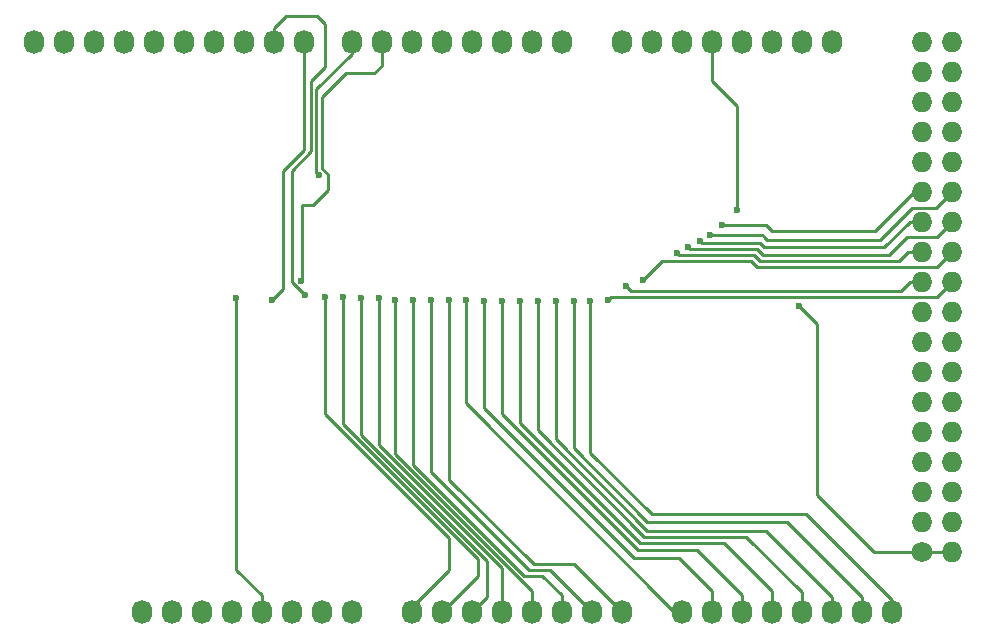
<source format=gbr>
%TF.GenerationSoftware,KiCad,Pcbnew,(6.0.4)*%
%TF.CreationDate,2022-07-18T11:06:22+02:00*%
%TF.ProjectId,GBDuino2,47424475-696e-46f3-922e-6b696361645f,rev?*%
%TF.SameCoordinates,Original*%
%TF.FileFunction,Copper,L2,Bot*%
%TF.FilePolarity,Positive*%
%FSLAX46Y46*%
G04 Gerber Fmt 4.6, Leading zero omitted, Abs format (unit mm)*
G04 Created by KiCad (PCBNEW (6.0.4)) date 2022-07-18 11:06:22*
%MOMM*%
%LPD*%
G01*
G04 APERTURE LIST*
%TA.AperFunction,ComponentPad*%
%ADD10C,1.727200*%
%TD*%
%TA.AperFunction,ComponentPad*%
%ADD11O,1.727200X1.727200*%
%TD*%
%TA.AperFunction,ComponentPad*%
%ADD12O,1.727200X2.032000*%
%TD*%
%TA.AperFunction,ViaPad*%
%ADD13C,0.600000*%
%TD*%
%TA.AperFunction,Conductor*%
%ADD14C,0.250000*%
%TD*%
G04 APERTURE END LIST*
D10*
%TO.P,P1,1*%
%TO.N,GND*%
X197358000Y-114046000D03*
D11*
%TO.P,P1,2*%
X199898000Y-114046000D03*
%TO.P,P1,3*%
%TO.N,/52(SCK)*%
X197358000Y-111506000D03*
%TO.P,P1,4*%
%TO.N,/53(SS)*%
X199898000Y-111506000D03*
%TO.P,P1,5*%
%TO.N,/50(MISO)*%
X197358000Y-108966000D03*
%TO.P,P1,6*%
%TO.N,/51(MOSI)*%
X199898000Y-108966000D03*
%TO.P,P1,7*%
%TO.N,/48*%
X197358000Y-106426000D03*
%TO.P,P1,8*%
%TO.N,/49*%
X199898000Y-106426000D03*
%TO.P,P1,9*%
%TO.N,/46*%
X197358000Y-103886000D03*
%TO.P,P1,10*%
%TO.N,/47*%
X199898000Y-103886000D03*
%TO.P,P1,11*%
%TO.N,/44*%
X197358000Y-101346000D03*
%TO.P,P1,12*%
%TO.N,/45*%
X199898000Y-101346000D03*
%TO.P,P1,13*%
%TO.N,/42*%
X197358000Y-98806000D03*
%TO.P,P1,14*%
%TO.N,/43*%
X199898000Y-98806000D03*
%TO.P,P1,15*%
%TO.N,/40*%
X197358000Y-96266000D03*
%TO.P,P1,16*%
%TO.N,/41*%
X199898000Y-96266000D03*
%TO.P,P1,17*%
%TO.N,/38*%
X197358000Y-93726000D03*
%TO.P,P1,18*%
%TO.N,/39*%
X199898000Y-93726000D03*
%TO.P,P1,19*%
%TO.N,D1*%
X197358000Y-91186000D03*
%TO.P,P1,20*%
%TO.N,D0*%
X199898000Y-91186000D03*
%TO.P,P1,21*%
%TO.N,D3*%
X197358000Y-88646000D03*
%TO.P,P1,22*%
%TO.N,D2*%
X199898000Y-88646000D03*
%TO.P,P1,23*%
%TO.N,D5*%
X197358000Y-86106000D03*
%TO.P,P1,24*%
%TO.N,D4*%
X199898000Y-86106000D03*
%TO.P,P1,25*%
%TO.N,D7*%
X197358000Y-83566000D03*
%TO.P,P1,26*%
%TO.N,D6*%
X199898000Y-83566000D03*
%TO.P,P1,27*%
%TO.N,/28*%
X197358000Y-81026000D03*
%TO.P,P1,28*%
%TO.N,/29*%
X199898000Y-81026000D03*
%TO.P,P1,29*%
%TO.N,/26*%
X197358000Y-78486000D03*
%TO.P,P1,30*%
%TO.N,/27*%
X199898000Y-78486000D03*
%TO.P,P1,31*%
%TO.N,/24*%
X197358000Y-75946000D03*
%TO.P,P1,32*%
%TO.N,/25*%
X199898000Y-75946000D03*
%TO.P,P1,33*%
%TO.N,/22*%
X197358000Y-73406000D03*
%TO.P,P1,34*%
%TO.N,/23*%
X199898000Y-73406000D03*
%TO.P,P1,35*%
%TO.N,+5V*%
X197358000Y-70866000D03*
%TO.P,P1,36*%
X199898000Y-70866000D03*
%TD*%
D12*
%TO.P,P2,1*%
%TO.N,Net-(P2-Pad1)*%
X131318000Y-119126000D03*
%TO.P,P2,2*%
%TO.N,/IOREF*%
X133858000Y-119126000D03*
%TO.P,P2,3*%
%TO.N,/Reset*%
X136398000Y-119126000D03*
%TO.P,P2,4*%
%TO.N,+3V3*%
X138938000Y-119126000D03*
%TO.P,P2,5*%
%TO.N,+5V*%
X141478000Y-119126000D03*
%TO.P,P2,6*%
%TO.N,GND*%
X144018000Y-119126000D03*
%TO.P,P2,7*%
X146558000Y-119126000D03*
%TO.P,P2,8*%
%TO.N,/Vin*%
X149098000Y-119126000D03*
%TD*%
%TO.P,P3,1*%
%TO.N,/A0*%
X154178000Y-119126000D03*
%TO.P,P3,2*%
%TO.N,/A1*%
X156718000Y-119126000D03*
%TO.P,P3,3*%
%TO.N,/A2*%
X159258000Y-119126000D03*
%TO.P,P3,4*%
%TO.N,/A3*%
X161798000Y-119126000D03*
%TO.P,P3,5*%
%TO.N,/A4*%
X164338000Y-119126000D03*
%TO.P,P3,6*%
%TO.N,/A5*%
X166878000Y-119126000D03*
%TO.P,P3,7*%
%TO.N,/A6*%
X169418000Y-119126000D03*
%TO.P,P3,8*%
%TO.N,/A7*%
X171958000Y-119126000D03*
%TD*%
%TO.P,P4,1*%
%TO.N,/A8*%
X177038000Y-119126000D03*
%TO.P,P4,2*%
%TO.N,/A9*%
X179578000Y-119126000D03*
%TO.P,P4,3*%
%TO.N,/A10*%
X182118000Y-119126000D03*
%TO.P,P4,4*%
%TO.N,/A11*%
X184658000Y-119126000D03*
%TO.P,P4,5*%
%TO.N,/A12*%
X187198000Y-119126000D03*
%TO.P,P4,6*%
%TO.N,/A13*%
X189738000Y-119126000D03*
%TO.P,P4,7*%
%TO.N,/A14*%
X192278000Y-119126000D03*
%TO.P,P4,8*%
%TO.N,/A15*%
X194818000Y-119126000D03*
%TD*%
%TO.P,P5,1*%
%TO.N,/SCL*%
X122174000Y-70866000D03*
%TO.P,P5,2*%
%TO.N,/SDA*%
X124714000Y-70866000D03*
%TO.P,P5,3*%
%TO.N,/AREF*%
X127254000Y-70866000D03*
%TO.P,P5,4*%
%TO.N,GND*%
X129794000Y-70866000D03*
%TO.P,P5,5*%
%TO.N,/13(\u002A\u002A)*%
X132334000Y-70866000D03*
%TO.P,P5,6*%
%TO.N,/12(\u002A\u002A)*%
X134874000Y-70866000D03*
%TO.P,P5,7*%
%TO.N,/11(\u002A\u002A)*%
X137414000Y-70866000D03*
%TO.P,P5,8*%
%TO.N,N/C*%
X139954000Y-70866000D03*
%TO.P,P5,9*%
%TO.N,GB_CS*%
X142494000Y-70866000D03*
%TO.P,P5,10*%
%TO.N,GB_Wr*%
X145034000Y-70866000D03*
%TD*%
%TO.P,P6,1*%
%TO.N,Gb_Audio*%
X149098000Y-70866000D03*
%TO.P,P6,2*%
%TO.N,GB_RD*%
X151638000Y-70866000D03*
%TO.P,P6,3*%
%TO.N,/5(\u002A\u002A)*%
X154178000Y-70866000D03*
%TO.P,P6,4*%
%TO.N,/4(\u002A\u002A)*%
X156718000Y-70866000D03*
%TO.P,P6,5*%
%TO.N,/3(\u002A\u002A)*%
X159258000Y-70866000D03*
%TO.P,P6,6*%
%TO.N,/2(\u002A\u002A)*%
X161798000Y-70866000D03*
%TO.P,P6,7*%
%TO.N,/1(Tx0)*%
X164338000Y-70866000D03*
%TO.P,P6,8*%
%TO.N,/0(Rx0)*%
X166878000Y-70866000D03*
%TD*%
%TO.P,P7,1*%
%TO.N,/14(Tx3)*%
X171958000Y-70866000D03*
%TO.P,P7,2*%
%TO.N,/15(Rx3)*%
X174498000Y-70866000D03*
%TO.P,P7,3*%
%TO.N,/16(Tx2)*%
X177038000Y-70866000D03*
%TO.P,P7,4*%
%TO.N,GB_Rst*%
X179578000Y-70866000D03*
%TO.P,P7,5*%
%TO.N,/18(Tx1)*%
X182118000Y-70866000D03*
%TO.P,P7,6*%
%TO.N,/19(Rx1)*%
X184658000Y-70866000D03*
%TO.P,P7,7*%
%TO.N,/20(SDA)*%
X187198000Y-70866000D03*
%TO.P,P7,8*%
%TO.N,/21(SCL)*%
X189738000Y-70866000D03*
%TD*%
D13*
%TO.N,GND*%
X186944000Y-93218000D03*
%TO.N,+5V*%
X139319000Y-92583000D03*
%TO.N,/A0*%
X146812000Y-92456000D03*
%TO.N,/A1*%
X148336000Y-92456000D03*
%TO.N,/A2*%
X149860000Y-92583000D03*
%TO.N,/A3*%
X151384000Y-92583000D03*
%TO.N,/A4*%
X152781000Y-92710000D03*
%TO.N,/A5*%
X154305000Y-92710000D03*
%TO.N,/A6*%
X155829000Y-92710000D03*
%TO.N,/A7*%
X157353000Y-92710000D03*
%TO.N,/A8*%
X158750000Y-92710000D03*
%TO.N,/A9*%
X160274000Y-92837000D03*
%TO.N,/A10*%
X161798000Y-92837000D03*
%TO.N,/A11*%
X163322000Y-92837000D03*
%TO.N,/A12*%
X164846000Y-92837000D03*
%TO.N,/A13*%
X166370000Y-92837000D03*
%TO.N,/A14*%
X167894000Y-92837000D03*
%TO.N,/A15*%
X169291000Y-92837000D03*
%TO.N,D0*%
X170815000Y-92710000D03*
%TO.N,D1*%
X172339000Y-91567000D03*
%TO.N,D2*%
X173736000Y-91059000D03*
%TO.N,D3*%
X176657000Y-88783500D03*
%TO.N,D4*%
X177546000Y-88275500D03*
%TO.N,D5*%
X178562000Y-87767500D03*
%TO.N,D6*%
X179451000Y-87249000D03*
%TO.N,D7*%
X180467000Y-86360000D03*
%TO.N,GB_Rst*%
X181737000Y-85090000D03*
%TO.N,Gb_Audio*%
X146304000Y-82169000D03*
%TO.N,GB_Wr*%
X142367000Y-92710000D03*
%TO.N,GB_RD*%
X144840589Y-91125411D03*
%TO.N,GB_CS*%
X145161000Y-92329000D03*
%TD*%
D14*
%TO.N,GND*%
X188468000Y-109220000D02*
X193294000Y-114046000D01*
X186944000Y-93218000D02*
X188468000Y-94742000D01*
X188468000Y-94742000D02*
X188468000Y-109220000D01*
X197358000Y-114046000D02*
X199898000Y-114046000D01*
X193294000Y-114046000D02*
X197358000Y-114046000D01*
%TO.N,+5V*%
X139319000Y-92583000D02*
X139319000Y-115570000D01*
X141478000Y-117729000D02*
X141478000Y-119126000D01*
X139319000Y-115570000D02*
X141478000Y-117729000D01*
%TO.N,/A0*%
X154178000Y-119126000D02*
X154178000Y-118745000D01*
X154178000Y-118745000D02*
X157353000Y-115570000D01*
X157353000Y-112906590D02*
X146812000Y-102365590D01*
X146812000Y-102365590D02*
X146812000Y-92456000D01*
X157353000Y-115570000D02*
X157353000Y-112906590D01*
%TO.N,/A1*%
X148336000Y-103253872D02*
X159766000Y-114683872D01*
X148336000Y-92456000D02*
X148336000Y-103253872D01*
X159766000Y-116078000D02*
X156718000Y-119126000D01*
X159766000Y-114683872D02*
X159766000Y-116078000D01*
%TO.N,/A2*%
X160528000Y-117856000D02*
X159258000Y-119126000D01*
X160528000Y-114810154D02*
X160528000Y-117856000D01*
X149860000Y-104142154D02*
X160528000Y-114810154D01*
X149860000Y-92583000D02*
X149860000Y-104142154D01*
%TO.N,/A3*%
X151384000Y-105030436D02*
X161798000Y-115444436D01*
X161798000Y-115444436D02*
X161798000Y-119126000D01*
X151384000Y-92583000D02*
X151384000Y-105030436D01*
%TO.N,/A4*%
X152781000Y-105791718D02*
X164338000Y-117348718D01*
X164338000Y-117348718D02*
X164338000Y-119126000D01*
X152781000Y-92710000D02*
X152781000Y-105791718D01*
%TO.N,/A5*%
X165227000Y-116078000D02*
X166878000Y-117729000D01*
X154305000Y-92710000D02*
X154305000Y-106680000D01*
X154305000Y-106680000D02*
X163703000Y-116078000D01*
X166878000Y-117729000D02*
X166878000Y-119126000D01*
X163703000Y-116078000D02*
X165227000Y-116078000D01*
%TO.N,/A6*%
X165862000Y-115570000D02*
X169418000Y-119126000D01*
X155829000Y-107315000D02*
X164084000Y-115570000D01*
X155829000Y-92710000D02*
X155829000Y-107315000D01*
X164084000Y-115570000D02*
X165862000Y-115570000D01*
%TO.N,/A7*%
X167952480Y-115120480D02*
X171958000Y-119126000D01*
X164523480Y-115120480D02*
X167952480Y-115120480D01*
X157353000Y-107950000D02*
X164523480Y-115120480D01*
X157353000Y-92710000D02*
X157353000Y-107950000D01*
%TO.N,/A8*%
X158750000Y-92710000D02*
X158750000Y-101473000D01*
X176403000Y-119126000D02*
X177038000Y-119126000D01*
X158750000Y-101473000D02*
X176403000Y-119126000D01*
%TO.N,/A9*%
X179578000Y-117348000D02*
X179578000Y-119126000D01*
X172974000Y-114554000D02*
X176784000Y-114554000D01*
X160274000Y-92837000D02*
X160274000Y-101854000D01*
X176784000Y-114554000D02*
X179578000Y-117348000D01*
X160274000Y-101854000D02*
X172974000Y-114554000D01*
%TO.N,/A10*%
X161798000Y-102362000D02*
X173355000Y-113919000D01*
X161798000Y-92837000D02*
X161798000Y-102362000D01*
X178308000Y-113919000D02*
X182118000Y-117729000D01*
X182118000Y-117729000D02*
X182118000Y-119126000D01*
X173355000Y-113919000D02*
X178308000Y-113919000D01*
%TO.N,/A11*%
X180594000Y-113284000D02*
X184658000Y-117348000D01*
X163322000Y-92837000D02*
X163322000Y-103124000D01*
X173482000Y-113284000D02*
X180594000Y-113284000D01*
X184658000Y-117348000D02*
X184658000Y-119126000D01*
X163322000Y-103124000D02*
X173482000Y-113284000D01*
%TO.N,/A12*%
X182499000Y-112776000D02*
X187198000Y-117475000D01*
X187198000Y-117475000D02*
X187198000Y-119126000D01*
X173863000Y-112776000D02*
X182499000Y-112776000D01*
X164846000Y-92837000D02*
X164846000Y-103759000D01*
X164846000Y-103759000D02*
X173863000Y-112776000D01*
%TO.N,/A13*%
X166370000Y-92837000D02*
X166370000Y-104521000D01*
X184150000Y-112268000D02*
X189738000Y-117856000D01*
X174117000Y-112268000D02*
X184150000Y-112268000D01*
X166370000Y-104521000D02*
X174117000Y-112268000D01*
X189738000Y-117856000D02*
X189738000Y-119126000D01*
%TO.N,/A14*%
X185928000Y-111506000D02*
X192278000Y-117856000D01*
X167894000Y-92837000D02*
X167894000Y-105283000D01*
X167894000Y-105283000D02*
X174117000Y-111506000D01*
X192278000Y-117856000D02*
X192278000Y-119126000D01*
X174117000Y-111506000D02*
X185928000Y-111506000D01*
%TO.N,/A15*%
X169291000Y-105664000D02*
X174498000Y-110871000D01*
X174498000Y-110871000D02*
X187579000Y-110871000D01*
X187579000Y-110871000D02*
X194818000Y-118110000D01*
X169291000Y-92837000D02*
X169291000Y-105664000D01*
X194818000Y-118110000D02*
X194818000Y-119126000D01*
%TO.N,D0*%
X198628000Y-92456000D02*
X198501000Y-92456000D01*
X171069000Y-92456000D02*
X170815000Y-92710000D01*
X198501000Y-92456000D02*
X171069000Y-92456000D01*
X199898000Y-91186000D02*
X198628000Y-92456000D01*
%TO.N,D1*%
X195580000Y-91948000D02*
X172720000Y-91948000D01*
X197358000Y-91186000D02*
X196342000Y-91186000D01*
X172720000Y-91948000D02*
X172339000Y-91567000D01*
X196342000Y-91186000D02*
X195580000Y-91948000D01*
%TO.N,D2*%
X198628000Y-89916000D02*
X183388000Y-89916000D01*
X199898000Y-88646000D02*
X198628000Y-89916000D01*
X183388000Y-89916000D02*
X182880000Y-89408000D01*
X175387000Y-89408000D02*
X173736000Y-91059000D01*
X182880000Y-89408000D02*
X175387000Y-89408000D01*
%TO.N,D3*%
X196215000Y-88646000D02*
X195453000Y-89408000D01*
X176773500Y-88900000D02*
X176657000Y-88783500D01*
X183642000Y-89408000D02*
X183134000Y-88900000D01*
X197358000Y-88646000D02*
X196215000Y-88646000D01*
X183134000Y-88900000D02*
X176773500Y-88900000D01*
X195453000Y-89408000D02*
X183642000Y-89408000D01*
%TO.N,D4*%
X196088000Y-87376000D02*
X194564000Y-88900000D01*
X198628000Y-87376000D02*
X198120000Y-87376000D01*
X177662500Y-88392000D02*
X177546000Y-88275500D01*
X198120000Y-87376000D02*
X196088000Y-87376000D01*
X183896000Y-88900000D02*
X183388000Y-88392000D01*
X183388000Y-88392000D02*
X177662500Y-88392000D01*
X199898000Y-86106000D02*
X198628000Y-87376000D01*
X194564000Y-88900000D02*
X183896000Y-88900000D01*
%TO.N,D5*%
X178678500Y-87884000D02*
X178562000Y-87767500D01*
X183642000Y-87884000D02*
X178678500Y-87884000D01*
X197358000Y-86106000D02*
X196342000Y-86106000D01*
X194183000Y-88265000D02*
X184023000Y-88265000D01*
X196342000Y-86106000D02*
X194183000Y-88265000D01*
X184023000Y-88265000D02*
X183642000Y-87884000D01*
%TO.N,D6*%
X184023000Y-87376000D02*
X183896000Y-87249000D01*
X183896000Y-87249000D02*
X179451000Y-87249000D01*
X197104000Y-84917889D02*
X196514111Y-84917889D01*
X198546111Y-84917889D02*
X197104000Y-84917889D01*
X199898000Y-83566000D02*
X198546111Y-84917889D01*
X196514111Y-84917889D02*
X193802000Y-87630000D01*
X193802000Y-87630000D02*
X184277000Y-87630000D01*
X184277000Y-87630000D02*
X184023000Y-87376000D01*
%TO.N,D7*%
X193421000Y-86868000D02*
X184658000Y-86868000D01*
X184658000Y-86868000D02*
X184150000Y-86360000D01*
X184150000Y-86360000D02*
X180467000Y-86360000D01*
X197358000Y-83566000D02*
X196723000Y-83566000D01*
X196723000Y-83566000D02*
X193421000Y-86868000D01*
%TO.N,GB_Rst*%
X181737000Y-85090000D02*
X181737000Y-76327000D01*
X181737000Y-76327000D02*
X179578000Y-74168000D01*
X179578000Y-74168000D02*
X179578000Y-70866000D01*
%TO.N,Gb_Audio*%
X146118520Y-74861480D02*
X149098000Y-71882000D01*
X149098000Y-71882000D02*
X149098000Y-70866000D01*
X146118520Y-81983520D02*
X146118520Y-74861480D01*
X146304000Y-82169000D02*
X146118520Y-81983520D01*
%TO.N,GB_Wr*%
X145034000Y-80010000D02*
X145034000Y-70866000D01*
X142367000Y-92710000D02*
X143256000Y-91821000D01*
X143256000Y-81788000D02*
X145034000Y-80010000D01*
X143256000Y-91821000D02*
X143256000Y-81788000D01*
%TO.N,GB_RD*%
X148590000Y-73533000D02*
X146568040Y-75554960D01*
X151003000Y-73533000D02*
X148590000Y-73533000D01*
X146568040Y-75554960D02*
X146568040Y-81549847D01*
X151638000Y-70866000D02*
X151638000Y-72898000D01*
X144907000Y-91059000D02*
X144840589Y-91125411D01*
X147129500Y-83375500D02*
X145796000Y-84709000D01*
X145796000Y-84709000D02*
X144907000Y-84709000D01*
X146568040Y-81549847D02*
X147129500Y-82111308D01*
X144907000Y-84709000D02*
X144907000Y-91059000D01*
X151638000Y-72898000D02*
X151003000Y-73533000D01*
X147129500Y-82111308D02*
X147129500Y-83375500D01*
%TO.N,GB_CS*%
X146177000Y-68707000D02*
X146431000Y-68961000D01*
X145669000Y-74168000D02*
X145669000Y-80137000D01*
X142494000Y-69723000D02*
X143510000Y-68707000D01*
X146812000Y-69342000D02*
X146812000Y-70866000D01*
X144018000Y-91186000D02*
X145161000Y-92329000D01*
X145669000Y-80137000D02*
X144018000Y-81788000D01*
X146431000Y-68961000D02*
X146812000Y-69342000D01*
X144018000Y-81788000D02*
X144018000Y-91186000D01*
X143510000Y-68707000D02*
X146177000Y-68707000D01*
X142494000Y-70866000D02*
X142494000Y-69723000D01*
X146812000Y-73025000D02*
X145669000Y-74168000D01*
X146812000Y-70866000D02*
X146812000Y-73025000D01*
%TD*%
M02*

</source>
